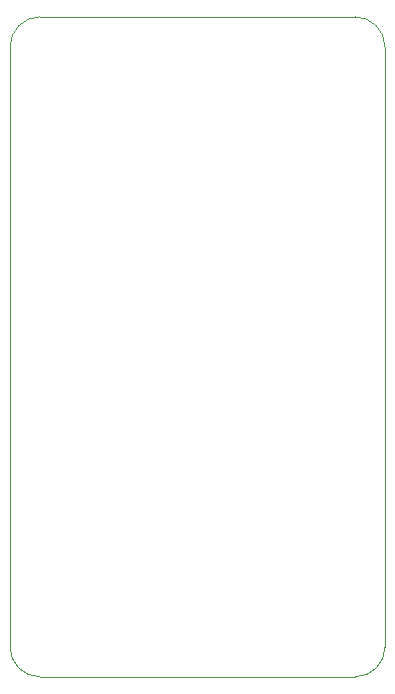
<source format=gm1>
%TF.GenerationSoftware,KiCad,Pcbnew,(6.0.8)*%
%TF.CreationDate,2022-11-07T13:32:54+08:00*%
%TF.ProjectId,remote,72656d6f-7465-42e6-9b69-6361645f7063,rev?*%
%TF.SameCoordinates,Original*%
%TF.FileFunction,Profile,NP*%
%FSLAX46Y46*%
G04 Gerber Fmt 4.6, Leading zero omitted, Abs format (unit mm)*
G04 Created by KiCad (PCBNEW (6.0.8)) date 2022-11-07 13:32:54*
%MOMM*%
%LPD*%
G01*
G04 APERTURE LIST*
%TA.AperFunction,Profile*%
%ADD10C,0.100000*%
%TD*%
G04 APERTURE END LIST*
D10*
X29210000Y-55880000D02*
G75*
G03*
X31750000Y-53340000I0J2540000D01*
G01*
X0Y-53340000D02*
G75*
G03*
X2540000Y-55880000I2540000J0D01*
G01*
X2540000Y0D02*
X29210000Y0D01*
X31750000Y-2540000D02*
X31750000Y-53340000D01*
X0Y-53340000D02*
X0Y-2540000D01*
X29210000Y-55880000D02*
X2540000Y-55880000D01*
X31750000Y-2540000D02*
G75*
G03*
X29210000Y0I-2540000J0D01*
G01*
X2540000Y0D02*
G75*
G03*
X0Y-2540000I0J-2540000D01*
G01*
M02*

</source>
